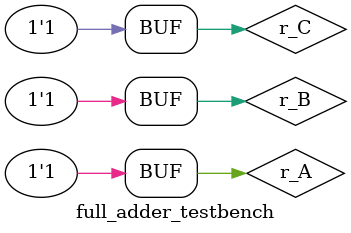
<source format=v>
module full_adder_testbench;

reg r_A;
reg r_B;
reg r_C;
wire w_Z;
wire w_C;

full_adder full_adder_instance(
	.i_A(r_A),
	.i_B(r_B),
	.i_C(r_C),
	.o_Z(w_Z),
	.o_C(w_C)
);

initial
	begin
		r_A = 1'b0;
		r_B = 1'b0;
		r_C = 1'b0;
		#10;
		r_A = 1'b1;
		r_B = 1'b0;
		r_C = 1'b0;
		#10;
		r_A = 1'b0;
		r_B = 1'b1;
		r_C = 1'b0;
		#10;
		r_A = 1'b1;
		r_B = 1'b1;
		r_C = 1'b0;
		#10;
		r_A = 1'b0;
		r_B = 1'b0;
		r_C = 1'b1;
		#10;
		r_A = 1'b1;
		r_B = 1'b0;
		r_C = 1'b1;
		#10;
		r_A = 1'b0;
		r_B = 1'b1;
		r_C = 1'b1;
		#10;
		r_A = 1'b1;
		r_B = 1'b1;
		r_C = 1'b1;
		#10;
	end
	
endmodule
</source>
